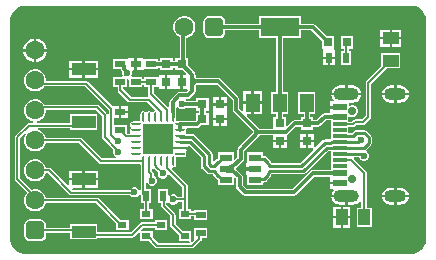
<source format=gbr>
%TF.GenerationSoftware,Altium Limited,Altium Designer,24.1.2 (44)*%
G04 Layer_Physical_Order=1*
G04 Layer_Color=255*
%FSLAX45Y45*%
%MOMM*%
%TF.SameCoordinates,66D67B9E-EE8B-469C-A6B4-FAA81B9CD0F6*%
%TF.FilePolarity,Positive*%
%TF.FileFunction,Copper,L1,Top,Signal*%
%TF.Part,Single*%
G01*
G75*
%TA.AperFunction,ConnectorPad*%
%ADD10R,1.15000X0.60000*%
%ADD11R,1.15000X0.30000*%
%TA.AperFunction,SMDPad,CuDef*%
%ADD12R,3.30000X1.60000*%
%ADD13R,1.20000X1.60000*%
%ADD14R,2.00000X1.05000*%
%ADD15R,0.90000X0.60000*%
%ADD16R,0.60000X0.90000*%
%ADD17R,1.35000X1.00000*%
%ADD18R,1.00000X1.35000*%
%ADD19R,0.80000X0.60000*%
G04:AMPARAMS|DCode=20|XSize=0.23928mm|YSize=0.80964mm|CornerRadius=0.11964mm|HoleSize=0mm|Usage=FLASHONLY|Rotation=180.000|XOffset=0mm|YOffset=0mm|HoleType=Round|Shape=RoundedRectangle|*
%AMROUNDEDRECTD20*
21,1,0.23928,0.57035,0,0,180.0*
21,1,0.00000,0.80964,0,0,180.0*
1,1,0.23928,0.00000,0.28518*
1,1,0.23928,0.00000,0.28518*
1,1,0.23928,0.00000,-0.28518*
1,1,0.23928,0.00000,-0.28518*
%
%ADD20ROUNDEDRECTD20*%
G04:AMPARAMS|DCode=21|XSize=0.80964mm|YSize=0.23928mm|CornerRadius=0.11964mm|HoleSize=0mm|Usage=FLASHONLY|Rotation=180.000|XOffset=0mm|YOffset=0mm|HoleType=Round|Shape=RoundedRectangle|*
%AMROUNDEDRECTD21*
21,1,0.80964,0.00000,0,0,180.0*
21,1,0.57035,0.23928,0,0,180.0*
1,1,0.23928,-0.28518,0.00000*
1,1,0.23928,0.28518,0.00000*
1,1,0.23928,0.28518,0.00000*
1,1,0.23928,-0.28518,0.00000*
%
%ADD21ROUNDEDRECTD21*%
%ADD22R,0.80964X0.23928*%
%ADD23R,2.55000X2.55000*%
%ADD24R,1.10000X0.60000*%
%ADD25R,0.80000X0.80000*%
%ADD26R,0.80000X0.80000*%
%TA.AperFunction,Conductor*%
%ADD27C,0.20000*%
%ADD28C,0.30000*%
%ADD29C,0.28423*%
%ADD30C,0.25000*%
%TA.AperFunction,ComponentPad*%
%ADD31O,2.15000X1.05000*%
%ADD32O,1.85000X1.05000*%
%ADD33C,0.70000*%
%ADD34C,1.60000*%
G04:AMPARAMS|DCode=35|XSize=1.6mm|YSize=1.6mm|CornerRadius=0.4mm|HoleSize=0mm|Usage=FLASHONLY|Rotation=90.000|XOffset=0mm|YOffset=0mm|HoleType=Round|Shape=RoundedRectangle|*
%AMROUNDEDRECTD35*
21,1,1.60000,0.80000,0,0,90.0*
21,1,0.80000,1.60000,0,0,90.0*
1,1,0.80000,0.40000,0.40000*
1,1,0.80000,0.40000,-0.40000*
1,1,0.80000,-0.40000,-0.40000*
1,1,0.80000,-0.40000,0.40000*
%
%ADD35ROUNDEDRECTD35*%
G04:AMPARAMS|DCode=36|XSize=1.6mm|YSize=1.6mm|CornerRadius=0.4mm|HoleSize=0mm|Usage=FLASHONLY|Rotation=180.000|XOffset=0mm|YOffset=0mm|HoleType=Round|Shape=RoundedRectangle|*
%AMROUNDEDRECTD36*
21,1,1.60000,0.80000,0,0,180.0*
21,1,0.80000,1.60000,0,0,180.0*
1,1,0.80000,-0.40000,0.40000*
1,1,0.80000,0.40000,0.40000*
1,1,0.80000,0.40000,-0.40000*
1,1,0.80000,-0.40000,-0.40000*
%
%ADD36ROUNDEDRECTD36*%
%TA.AperFunction,ViaPad*%
%ADD37C,0.60000*%
G36*
X17180045Y7325120D02*
X17203157Y7315546D01*
X17223956Y7301648D01*
X17241647Y7283958D01*
X17255545Y7263158D01*
X17265118Y7240045D01*
X17270000Y7215509D01*
Y7203001D01*
Y5357000D01*
Y5344491D01*
X17265118Y5319955D01*
X17255545Y5296843D01*
X17241647Y5276042D01*
X17223956Y5258352D01*
X17203156Y5244454D01*
X17180045Y5234880D01*
X17155508Y5230000D01*
X13864491D01*
X13839955Y5234880D01*
X13816843Y5244454D01*
X13796042Y5258352D01*
X13778352Y5276042D01*
X13764455Y5296843D01*
X13754880Y5319955D01*
X13750000Y5344491D01*
Y5357000D01*
Y7203000D01*
Y7215509D01*
X13754880Y7240045D01*
X13764455Y7263157D01*
X13778352Y7283958D01*
X13796042Y7301647D01*
X13816843Y7315546D01*
X13839955Y7325119D01*
X13864491Y7330000D01*
X13877000D01*
X17142999Y7330000D01*
X17155508D01*
X17180045Y7325120D01*
D02*
G37*
%LPC*%
G36*
X17057500Y7125000D02*
X16980000D01*
Y7065000D01*
X17057500D01*
Y7125000D01*
D02*
G37*
G36*
X16960001D02*
X16882500D01*
Y7065000D01*
X16960001D01*
Y7125000D01*
D02*
G37*
G36*
X17057500Y7045000D02*
X16980000D01*
Y6985000D01*
X17057500D01*
Y7045000D01*
D02*
G37*
G36*
X16960001D02*
X16882500D01*
Y6985000D01*
X16960001D01*
Y7045000D01*
D02*
G37*
G36*
X13973164Y7052000D02*
X13970001D01*
Y6962000D01*
X14060001D01*
Y6965165D01*
X14053185Y6990598D01*
X14040021Y7013401D01*
X14021400Y7032020D01*
X13998598Y7045185D01*
X13973164Y7052000D01*
D02*
G37*
G36*
X13950002D02*
X13946835D01*
X13921402Y7045185D01*
X13898599Y7032020D01*
X13879980Y7013401D01*
X13866815Y6990598D01*
X13860001Y6965165D01*
Y6962000D01*
X13950002D01*
Y7052000D01*
D02*
G37*
G36*
X14060001Y6942000D02*
X13970001D01*
Y6852000D01*
X13973164D01*
X13998598Y6858815D01*
X14021400Y6871980D01*
X14040021Y6890599D01*
X14053185Y6913402D01*
X14060001Y6938835D01*
Y6942000D01*
D02*
G37*
G36*
X13950002D02*
X13860001D01*
Y6938835D01*
X13866815Y6913402D01*
X13879980Y6890599D01*
X13898599Y6871980D01*
X13921402Y6858815D01*
X13946835Y6852000D01*
X13950002D01*
Y6942000D01*
D02*
G37*
G36*
X16652699Y7072700D02*
X16547301D01*
Y6967300D01*
X16571855D01*
Y6947700D01*
X16552299D01*
Y6832300D01*
X16637700D01*
Y6947700D01*
X16618146D01*
Y6967300D01*
X16652699D01*
Y7072700D01*
D02*
G37*
G36*
X16495000Y6880000D02*
X16455000D01*
Y6825000D01*
X16495000D01*
Y6880000D01*
D02*
G37*
G36*
X16435001D02*
X16395000D01*
Y6825000D01*
X16435001D01*
Y6880000D01*
D02*
G37*
G36*
X14489999Y6865000D02*
X14380000D01*
Y6802501D01*
X14489999D01*
Y6865000D01*
D02*
G37*
G36*
X14360001D02*
X14250000D01*
Y6802501D01*
X14360001D01*
Y6865000D01*
D02*
G37*
G36*
X14489999Y6782501D02*
X14380000D01*
Y6720000D01*
X14489999D01*
Y6782501D01*
D02*
G37*
G36*
X14360001D02*
X14250000D01*
Y6720000D01*
X14360001D01*
Y6782501D01*
D02*
G37*
G36*
X15139999Y6745000D02*
X15130000D01*
X15127299Y6745000D01*
X15080000D01*
Y6685000D01*
Y6625000D01*
X15127299D01*
X15130000Y6625000D01*
X15139999D01*
X15142700Y6625000D01*
X15189999D01*
Y6685000D01*
Y6745000D01*
X15142700D01*
X15139999Y6745000D01*
D02*
G37*
G36*
X16650000Y6655125D02*
X16605000D01*
Y6591999D01*
X16721809D01*
X16720634Y6600926D01*
X16713329Y6618563D01*
X16701707Y6633707D01*
X16686563Y6645328D01*
X16668925Y6652634D01*
X16650000Y6655125D01*
D02*
G37*
G36*
X17050000D02*
X17020000D01*
Y6591999D01*
X17121809D01*
X17120634Y6600926D01*
X17113329Y6618563D01*
X17101707Y6633707D01*
X17086563Y6645328D01*
X17068925Y6652634D01*
X17050000Y6655125D01*
D02*
G37*
G36*
X17000000D02*
X16970000D01*
X16951074Y6652634D01*
X16933437Y6645328D01*
X16918294Y6633707D01*
X16906673Y6618563D01*
X16899367Y6600926D01*
X16898190Y6591999D01*
X17000000D01*
Y6655125D01*
D02*
G37*
G36*
X16585001D02*
X16539999D01*
X16521074Y6652634D01*
X16503436Y6645328D01*
X16488293Y6633707D01*
X16476672Y6618563D01*
X16469366Y6600926D01*
X16468192Y6591999D01*
X16585001D01*
Y6655125D01*
D02*
G37*
G36*
X15880000Y6610000D02*
X15810001D01*
Y6520000D01*
X15880000D01*
Y6610000D01*
D02*
G37*
G36*
X15789999D02*
X15720000D01*
Y6520000D01*
X15789999D01*
Y6610000D01*
D02*
G37*
G36*
X17121809Y6571999D02*
X17020000D01*
Y6508874D01*
X17050000D01*
X17068925Y6511366D01*
X17086563Y6518671D01*
X17101707Y6530292D01*
X17113329Y6545437D01*
X17120634Y6563073D01*
X17121809Y6571999D01*
D02*
G37*
G36*
X17000000D02*
X16898190D01*
X16899367Y6563073D01*
X16906673Y6545437D01*
X16918294Y6530292D01*
X16933437Y6518671D01*
X16951074Y6511366D01*
X16970000Y6508874D01*
X17000000D01*
Y6571999D01*
D02*
G37*
G36*
X14745000Y6480000D02*
X14689999D01*
Y6440001D01*
X14745000D01*
Y6480000D01*
D02*
G37*
G36*
X15880000Y6500000D02*
X15810001D01*
Y6410000D01*
X15880000D01*
Y6500000D01*
D02*
G37*
G36*
X14745000Y6420001D02*
X14689999D01*
Y6380000D01*
X14745000D01*
Y6420001D01*
D02*
G37*
G36*
X15517000Y7243732D02*
X15437000D01*
X15416438Y7239642D01*
X15399007Y7227994D01*
X15387358Y7210562D01*
X15383269Y7190000D01*
Y7110000D01*
X15387358Y7089437D01*
X15399007Y7072005D01*
X15416438Y7060358D01*
X15437000Y7056268D01*
X15517000D01*
X15537563Y7060358D01*
X15554996Y7072005D01*
X15566643Y7089437D01*
X15570732Y7110000D01*
Y7121757D01*
X15852299D01*
Y7057300D01*
X16001756D01*
Y6602700D01*
X15957300D01*
Y6417300D01*
X16001756D01*
Y6387700D01*
X15977299D01*
Y6288243D01*
X15861699D01*
X15751675Y6398267D01*
X15756535Y6410000D01*
X15789999D01*
Y6500000D01*
X15720000D01*
Y6446535D01*
X15708267Y6441675D01*
X15688243Y6461699D01*
Y6539999D01*
X15688243Y6540000D01*
X15686093Y6550808D01*
X15679971Y6559971D01*
X15679970Y6559972D01*
X15529971Y6709971D01*
X15520808Y6716093D01*
X15510001Y6718243D01*
X15509999Y6718243D01*
X15325282D01*
X15318243Y6725283D01*
Y6745000D01*
X15316093Y6755808D01*
X15309972Y6764971D01*
X15309970Y6764971D01*
X15252699Y6822241D01*
Y6887700D01*
X15239743D01*
Y7058516D01*
X15258781Y7063618D01*
X15279919Y7075822D01*
X15297179Y7093081D01*
X15309383Y7114219D01*
X15315700Y7137796D01*
Y7162204D01*
X15309383Y7185781D01*
X15297179Y7206919D01*
X15279919Y7224178D01*
X15258781Y7236382D01*
X15235204Y7242700D01*
X15210796D01*
X15187219Y7236382D01*
X15166081Y7224178D01*
X15148822Y7206919D01*
X15136618Y7185781D01*
X15130299Y7162204D01*
Y7137796D01*
X15136618Y7114219D01*
X15148822Y7093081D01*
X15166081Y7075822D01*
X15183257Y7065905D01*
Y6887700D01*
X15147301D01*
Y6863243D01*
X15122701D01*
Y6887700D01*
X15017300D01*
Y6863243D01*
X14997701D01*
Y6877700D01*
X14884676D01*
X14875000Y6885000D01*
X14875000Y6885001D01*
X14874998Y6885000D01*
X14820001D01*
Y6835000D01*
Y6785000D01*
X14875000D01*
Y6785000D01*
X14882300Y6792300D01*
X14997701D01*
Y6806757D01*
X15017300D01*
Y6782300D01*
X15122701D01*
Y6806757D01*
X15147301D01*
Y6782300D01*
X15212758D01*
X15238326Y6756733D01*
X15233466Y6745000D01*
X15210001D01*
Y6685000D01*
Y6625000D01*
X15247098D01*
X15252357Y6612300D01*
X15238701Y6598643D01*
X15180402D01*
X15180400Y6598643D01*
X15169592Y6596493D01*
X15160429Y6590371D01*
X15160429Y6590370D01*
X15104893Y6534835D01*
X15098772Y6525672D01*
X15096622Y6514864D01*
X15096622Y6514863D01*
Y6474071D01*
X15083920Y6468810D01*
X14963145Y6589587D01*
Y6642300D01*
X14997301D01*
X14997701Y6642300D01*
X15010001Y6641334D01*
Y6625000D01*
X15060001D01*
Y6685000D01*
Y6745000D01*
X15010001D01*
Y6728665D01*
X14997701Y6727700D01*
X14997301Y6727700D01*
X14882300D01*
Y6708145D01*
X14867700D01*
Y6727700D01*
X14778250D01*
X14773730Y6740400D01*
X14779787Y6755023D01*
Y6772010D01*
X14778780Y6774440D01*
X14785835Y6785000D01*
X14800002D01*
Y6835000D01*
Y6885000D01*
X14745000D01*
Y6885000D01*
X14735324Y6877700D01*
X14622301D01*
Y6792300D01*
X14683035D01*
X14683907Y6787913D01*
X14690030Y6778750D01*
X14695085Y6773695D01*
X14694386Y6772010D01*
Y6755023D01*
X14700446Y6740400D01*
X14695924Y6727700D01*
X14622301D01*
Y6642300D01*
X14656854D01*
Y6620000D01*
X14658617Y6611143D01*
X14663634Y6603634D01*
X14747949Y6519320D01*
X14755457Y6514303D01*
X14764314Y6512541D01*
X14910353D01*
X14971793Y6451101D01*
X14967613Y6437320D01*
X14965376Y6436875D01*
X14957217Y6431424D01*
X14942781D01*
X14934624Y6436875D01*
X14925000Y6438790D01*
X14915376Y6436875D01*
X14907217Y6431424D01*
X14892781D01*
X14884624Y6436875D01*
X14875000Y6438790D01*
X14865376Y6436875D01*
X14857217Y6431424D01*
X14851767Y6423266D01*
X14849854Y6413642D01*
Y6361811D01*
X14845695Y6354305D01*
X14838190Y6350147D01*
X14786359D01*
X14776733Y6348233D01*
X14768576Y6342782D01*
X14763126Y6334624D01*
X14761211Y6325000D01*
X14763126Y6315376D01*
X14768576Y6307219D01*
Y6292782D01*
X14763126Y6284624D01*
X14761211Y6275000D01*
X14763126Y6265377D01*
X14766153Y6260845D01*
X14761459Y6249196D01*
X14760527Y6248145D01*
X14739587D01*
X14737700Y6250032D01*
Y6322700D01*
X14628143D01*
Y6380000D01*
X14670000D01*
Y6430001D01*
Y6480000D01*
X14615158D01*
X14408792Y6686366D01*
X14401283Y6691383D01*
X14392426Y6693145D01*
X14052699D01*
Y6710204D01*
X14046382Y6733781D01*
X14034178Y6754919D01*
X14016919Y6772178D01*
X13995781Y6784382D01*
X13972205Y6790700D01*
X13947797D01*
X13924219Y6784382D01*
X13903081Y6772178D01*
X13885822Y6754919D01*
X13873618Y6733781D01*
X13867300Y6710204D01*
Y6685796D01*
X13873618Y6662219D01*
X13885822Y6641081D01*
X13903081Y6623822D01*
X13924219Y6611618D01*
X13947797Y6605300D01*
X13972205D01*
X13995781Y6611618D01*
X14016919Y6623822D01*
X14034178Y6641081D01*
X14037946Y6647605D01*
X14041716Y6646855D01*
X14382838D01*
X14581854Y6447840D01*
Y6411105D01*
X14569154Y6409854D01*
X14568246Y6414420D01*
X14563229Y6421929D01*
X14498792Y6486366D01*
X14491283Y6491383D01*
X14482426Y6493145D01*
X14038667D01*
X14034178Y6500919D01*
X14016919Y6518178D01*
X13995781Y6530382D01*
X13972205Y6536700D01*
X13947797D01*
X13924219Y6530382D01*
X13903081Y6518178D01*
X13885822Y6500919D01*
X13873618Y6479781D01*
X13867300Y6456204D01*
Y6431796D01*
X13873618Y6408219D01*
X13885822Y6387081D01*
X13903081Y6369822D01*
X13924219Y6357618D01*
X13945070Y6352030D01*
X13943398Y6339330D01*
X13906186D01*
X13897328Y6337569D01*
X13889819Y6332552D01*
X13793634Y6236366D01*
X13788617Y6228857D01*
X13786855Y6220000D01*
Y5860000D01*
X13788617Y5851143D01*
X13793634Y5843634D01*
X13892085Y5745183D01*
X13885822Y5738919D01*
X13873618Y5717781D01*
X13867300Y5694204D01*
Y5669796D01*
X13873618Y5646219D01*
X13885822Y5625081D01*
X13903081Y5607822D01*
X13924219Y5595618D01*
X13947797Y5589300D01*
X13972205D01*
X13995781Y5595618D01*
X14016919Y5607822D01*
X14034178Y5625081D01*
X14046382Y5646219D01*
X14049768Y5658855D01*
X14472414D01*
X14646300Y5484968D01*
Y5432300D01*
X14751700D01*
Y5517700D01*
X14679031D01*
X14498364Y5698366D01*
X14490857Y5703383D01*
X14482001Y5705145D01*
X14049768D01*
X14046382Y5717781D01*
X14034178Y5738919D01*
X14016919Y5756178D01*
X13995781Y5768382D01*
X13972205Y5774700D01*
X13947797D01*
X13932208Y5770523D01*
X13833145Y5869587D01*
Y6210414D01*
X13873215Y6250483D01*
X13883377Y6242685D01*
X13873618Y6225781D01*
X13867300Y6202204D01*
Y6177796D01*
X13873618Y6154219D01*
X13885822Y6133081D01*
X13903081Y6115822D01*
X13924219Y6103618D01*
X13947797Y6097300D01*
X13972205D01*
X13995781Y6103618D01*
X14016919Y6115822D01*
X14034178Y6133081D01*
X14046382Y6154219D01*
X14049768Y6166855D01*
X14330412D01*
X14498759Y5998509D01*
X14506267Y5993492D01*
X14515125Y5991731D01*
X14849854D01*
Y5986358D01*
X14851767Y5976734D01*
X14851855Y5976602D01*
Y5769577D01*
X14839156Y5767051D01*
X14836198Y5774187D01*
X14824188Y5786199D01*
X14808495Y5792700D01*
X14791507D01*
X14775813Y5786199D01*
X14763802Y5774187D01*
X14762790Y5771747D01*
X14274541D01*
X14270224Y5777300D01*
X14276437Y5790000D01*
X14360001D01*
Y5852500D01*
X14250000D01*
Y5809326D01*
X14238268Y5804465D01*
X14090366Y5952366D01*
X14082858Y5957383D01*
X14074001Y5959145D01*
X14049768D01*
X14046382Y5971781D01*
X14034178Y5992919D01*
X14016919Y6010178D01*
X13995781Y6022382D01*
X13972205Y6028700D01*
X13947797D01*
X13924219Y6022382D01*
X13903081Y6010178D01*
X13885822Y5992919D01*
X13873618Y5971781D01*
X13867300Y5948204D01*
Y5923796D01*
X13873618Y5900219D01*
X13885822Y5879081D01*
X13903081Y5861822D01*
X13924219Y5849618D01*
X13947797Y5843300D01*
X13972205D01*
X13995781Y5849618D01*
X14016919Y5861822D01*
X14034178Y5879081D01*
X14046382Y5900219D01*
X14049768Y5912855D01*
X14064413D01*
X14245032Y5732237D01*
X14252541Y5727220D01*
X14261398Y5725458D01*
X14764156D01*
X14775813Y5713801D01*
X14791507Y5707300D01*
X14808495D01*
X14824188Y5713801D01*
X14836198Y5725813D01*
X14839600Y5734022D01*
X14852299Y5731496D01*
Y5662300D01*
X14877855D01*
Y5612700D01*
X14848300D01*
Y5527300D01*
X14953700D01*
Y5612700D01*
X14924146D01*
Y5662300D01*
X14937700D01*
Y5777700D01*
X14898145D01*
Y5830423D01*
X14910844Y5832949D01*
X14913802Y5825813D01*
X14925813Y5813801D01*
X14941507Y5807300D01*
X14958495D01*
X14974187Y5813801D01*
X14986198Y5825813D01*
X14992700Y5841507D01*
Y5858494D01*
X14986198Y5874188D01*
X14974187Y5886199D01*
X14965491Y5889802D01*
Y5902654D01*
X14963730Y5911511D01*
X14958711Y5919020D01*
X14948145Y5929587D01*
Y5957892D01*
X14960844Y5959143D01*
X14960901Y5958859D01*
X14965919Y5951350D01*
X14997733Y5919537D01*
X14997301Y5918494D01*
Y5901507D01*
X15003801Y5885813D01*
X15015813Y5873801D01*
X15031506Y5867300D01*
X15048492D01*
X15064188Y5873801D01*
X15076199Y5885813D01*
X15082700Y5901506D01*
X15095399Y5906721D01*
X15203854Y5798266D01*
Y5713145D01*
X15189999D01*
X15189999Y5713145D01*
X15166631D01*
X15166199Y5714187D01*
X15154187Y5726199D01*
X15138493Y5732700D01*
X15121506D01*
X15105814Y5726199D01*
X15100400Y5720787D01*
X15087700Y5726047D01*
Y5777700D01*
X15002299D01*
Y5662300D01*
X15024355D01*
Y5638750D01*
X15026117Y5629892D01*
X15031134Y5622384D01*
X15101855Y5551663D01*
Y5472000D01*
X15103616Y5463142D01*
X15108633Y5455634D01*
X15174300Y5389968D01*
Y5337300D01*
X15263742D01*
X15269566Y5330042D01*
X15271172Y5324600D01*
X15270354Y5323145D01*
X15000587D01*
X14953700Y5370032D01*
Y5422700D01*
X14863393D01*
X14858131Y5435400D01*
X14874586Y5451855D01*
X14972301D01*
Y5432300D01*
X15077699D01*
Y5517700D01*
X14972301D01*
Y5498145D01*
X14864999D01*
X14856143Y5496383D01*
X14848634Y5491366D01*
X14770413Y5413145D01*
X14482700D01*
Y5482700D01*
X14257300D01*
Y5451145D01*
X14053732D01*
Y5468000D01*
X14049641Y5488563D01*
X14037994Y5505995D01*
X14020563Y5517642D01*
X14000000Y5521732D01*
X13920000D01*
X13899438Y5517642D01*
X13882005Y5505995D01*
X13870358Y5488563D01*
X13866267Y5468000D01*
Y5388000D01*
X13870358Y5367438D01*
X13882005Y5350006D01*
X13899438Y5338358D01*
X13920000Y5334268D01*
X14000000D01*
X14020563Y5338358D01*
X14037994Y5350006D01*
X14049641Y5367438D01*
X14053732Y5388000D01*
Y5404855D01*
X14257300D01*
Y5352300D01*
X14482700D01*
Y5366855D01*
X14780000D01*
X14788857Y5368617D01*
X14796365Y5373634D01*
X14835600Y5412869D01*
X14848300Y5407608D01*
Y5337300D01*
X14920969D01*
X14974635Y5283634D01*
X14982143Y5278617D01*
X14991000Y5276855D01*
X15289999D01*
X15298857Y5278617D01*
X15306366Y5283634D01*
X15363081Y5340350D01*
X15368098Y5347858D01*
X15369861Y5356716D01*
Y5362300D01*
X15417700D01*
Y5447700D01*
X15302299D01*
Y5362300D01*
X15302975D01*
X15307835Y5350567D01*
X15290868Y5333598D01*
X15279700Y5340392D01*
X15279700Y5348719D01*
Y5422700D01*
X15207031D01*
X15148145Y5481586D01*
Y5561250D01*
X15146384Y5570107D01*
X15141367Y5577615D01*
X15070645Y5648336D01*
Y5662300D01*
X15087700D01*
X15087700Y5662300D01*
Y5662299D01*
X15087700Y5662300D01*
X15099496Y5660117D01*
X15105814Y5653801D01*
X15121506Y5647300D01*
X15138493D01*
X15154187Y5653801D01*
X15166199Y5665813D01*
X15166631Y5666855D01*
X15189999D01*
X15190001Y5666856D01*
X15203854D01*
Y5612700D01*
X15174300D01*
Y5527300D01*
X15279700D01*
Y5546855D01*
X15302299D01*
Y5512300D01*
X15417700D01*
Y5597700D01*
X15302299D01*
Y5593145D01*
X15279700D01*
Y5612700D01*
X15250145D01*
Y5690000D01*
Y5807852D01*
X15248383Y5816710D01*
X15243365Y5824218D01*
X15117912Y5949671D01*
X15124168Y5961376D01*
X15125000Y5961211D01*
X15134624Y5963125D01*
X15142783Y5968576D01*
X15148233Y5976734D01*
X15150146Y5986358D01*
Y6043393D01*
X15155846Y6050336D01*
X15238306D01*
Y6099664D01*
X15238307Y6099664D01*
X15238307D01*
X15242616Y6110831D01*
X15243752Y6112529D01*
X15244243Y6115000D01*
X15185126D01*
Y6135000D01*
X15244455D01*
X15250584Y6145236D01*
X15252087Y6146942D01*
X15260822Y6147905D01*
X15364879Y6043847D01*
Y5970205D01*
X15364879Y5970204D01*
X15366968Y5959703D01*
X15372916Y5950801D01*
X15413831Y5909887D01*
X15413831Y5909886D01*
X15422733Y5903938D01*
X15433234Y5901849D01*
X15433235Y5901849D01*
X15462572D01*
X15465031Y5899390D01*
X15465237Y5898352D01*
X15471185Y5889451D01*
X15489153Y5871484D01*
X15498055Y5865536D01*
X15498186Y5865510D01*
X15504800Y5858895D01*
Y5812300D01*
X15640199D01*
Y5873265D01*
X15651933Y5878125D01*
X15661757Y5868301D01*
Y5800001D01*
X15661757Y5800000D01*
X15663907Y5789192D01*
X15670029Y5780029D01*
X15720029Y5730030D01*
X15720030Y5730029D01*
X15729192Y5723907D01*
X15739999Y5721757D01*
X16149998D01*
X16150000Y5721757D01*
X16160808Y5723907D01*
X16169971Y5730029D01*
X16321698Y5881757D01*
X16448029D01*
X16460001Y5879999D01*
Y5840000D01*
X16537500D01*
Y5820000D01*
X16460001D01*
Y5780000D01*
X16482652D01*
X16486446Y5767300D01*
X16476672Y5754563D01*
X16469366Y5736926D01*
X16468192Y5728000D01*
X16595001D01*
Y5718001D01*
X16605000D01*
Y5644874D01*
X16650000D01*
X16668925Y5647366D01*
X16686563Y5654671D01*
X16701707Y5666292D01*
X16709155Y5675999D01*
X16721855Y5671687D01*
Y5620200D01*
X16682300D01*
Y5459800D01*
X16807700D01*
Y5620200D01*
X16768146D01*
Y5915000D01*
X16766383Y5923857D01*
X16761366Y5931366D01*
X16656125Y6036606D01*
X16661386Y6049306D01*
X16700024D01*
X16706355Y6034020D01*
X16718369Y6022008D01*
X16734062Y6015507D01*
X16751048D01*
X16766743Y6022008D01*
X16778754Y6034020D01*
X16785255Y6049714D01*
Y6066701D01*
X16778754Y6082395D01*
X16766743Y6094406D01*
X16765366Y6094977D01*
X16764011Y6109285D01*
X16800668Y6145944D01*
X16806238Y6154279D01*
X16808194Y6164112D01*
Y6215888D01*
X16806238Y6225721D01*
X16800668Y6234056D01*
X16764056Y6270668D01*
X16755721Y6276238D01*
X16745888Y6278194D01*
X16676694D01*
X16666862Y6276238D01*
X16658527Y6270668D01*
X16638551Y6250694D01*
X16607700D01*
Y6301855D01*
X16650000D01*
X16658858Y6303617D01*
X16666367Y6308634D01*
X16679587Y6321855D01*
X16735001D01*
X16743857Y6323617D01*
X16751366Y6328634D01*
X16796365Y6373634D01*
X16801382Y6381143D01*
X16803145Y6390000D01*
Y6665413D01*
X16928867Y6791134D01*
X16933884Y6798643D01*
X16934612Y6802300D01*
X17050200D01*
Y6927700D01*
X16889799D01*
Y6827236D01*
X16889355Y6825000D01*
Y6817087D01*
X16763634Y6691366D01*
X16758617Y6683857D01*
X16756854Y6675000D01*
Y6399587D01*
X16725414Y6368145D01*
X16670000D01*
X16661143Y6366383D01*
X16653635Y6361366D01*
X16640413Y6348145D01*
X16607700D01*
Y6392248D01*
X16620399Y6397559D01*
X16635512Y6391300D01*
X16654488D01*
X16672020Y6398562D01*
X16685439Y6411980D01*
X16692700Y6429512D01*
Y6448488D01*
X16685439Y6466020D01*
X16672020Y6479438D01*
X16654488Y6486700D01*
X16635512D01*
X16627699Y6483464D01*
X16614999Y6491950D01*
Y6508874D01*
X16650000D01*
X16668925Y6511366D01*
X16686563Y6518671D01*
X16701707Y6530292D01*
X16713329Y6545437D01*
X16720634Y6563073D01*
X16721809Y6571999D01*
X16595001D01*
X16468192D01*
X16469366Y6563073D01*
X16476672Y6545437D01*
X16486446Y6532700D01*
X16482652Y6520000D01*
X16460001D01*
Y6480000D01*
X16537500D01*
Y6460000D01*
X16460001D01*
Y6420000D01*
X16448029Y6418243D01*
X16410001D01*
X16399191Y6416093D01*
X16390028Y6409971D01*
X16343301Y6363243D01*
X16312700D01*
Y6387700D01*
X16288243D01*
Y6417300D01*
X16332700D01*
Y6602700D01*
X16187300D01*
Y6417300D01*
X16231757D01*
Y6387700D01*
X16207300D01*
Y6363243D01*
X16159499D01*
X16159499Y6363243D01*
X16148689Y6361093D01*
X16139526Y6354971D01*
X16094434Y6309877D01*
X16082700Y6314737D01*
Y6387700D01*
X16058243D01*
Y6417300D01*
X16102699D01*
Y6602700D01*
X16058243D01*
Y7057300D01*
X16207700D01*
Y7121757D01*
X16298302D01*
X16387300Y7032759D01*
Y6967300D01*
X16394035D01*
X16395000Y6955000D01*
X16395000Y6954600D01*
Y6900000D01*
X16495000D01*
Y6955000D01*
X16493665D01*
X16492700Y6967300D01*
X16492700Y6967700D01*
Y7072700D01*
X16427242D01*
X16329970Y7169971D01*
X16320808Y7176093D01*
X16309999Y7178243D01*
X16309998Y7178243D01*
X16207700D01*
Y7242700D01*
X15852299D01*
Y7178243D01*
X15570732D01*
Y7190000D01*
X15566643Y7210562D01*
X15554996Y7227994D01*
X15537563Y7239642D01*
X15517000Y7243732D01*
D02*
G37*
G36*
X14489999Y5935000D02*
X14380000D01*
Y5872500D01*
X14489999D01*
Y5935000D01*
D02*
G37*
G36*
X14360001D02*
X14250000D01*
Y5872500D01*
X14360001D01*
Y5935000D01*
D02*
G37*
G36*
X14370000Y5862500D02*
D01*
D01*
D01*
D02*
G37*
G36*
X14489999Y5852500D02*
X14380000D01*
Y5790000D01*
X14489999D01*
Y5852500D01*
D02*
G37*
G36*
X17050000Y5791126D02*
X17020000D01*
Y5728000D01*
X17121809D01*
X17120634Y5736926D01*
X17113329Y5754563D01*
X17101707Y5769708D01*
X17086563Y5781329D01*
X17068925Y5788634D01*
X17050000Y5791126D01*
D02*
G37*
G36*
X17000000D02*
X16970000D01*
X16951074Y5788634D01*
X16933437Y5781329D01*
X16918294Y5769708D01*
X16906673Y5754563D01*
X16899367Y5736926D01*
X16898190Y5728000D01*
X17000000D01*
Y5791126D01*
D02*
G37*
G36*
X17121809Y5708001D02*
X17020000D01*
Y5644874D01*
X17050000D01*
X17068925Y5647366D01*
X17086563Y5654671D01*
X17101707Y5666292D01*
X17113329Y5681437D01*
X17120634Y5699074D01*
X17121809Y5708001D01*
D02*
G37*
G36*
X17000000D02*
X16898190D01*
X16899367Y5699074D01*
X16906673Y5681437D01*
X16918294Y5666292D01*
X16933437Y5654671D01*
X16951074Y5647366D01*
X16970000Y5644874D01*
X17000000D01*
Y5708001D01*
D02*
G37*
G36*
X16585001D02*
X16468192D01*
X16469366Y5699074D01*
X16476672Y5681437D01*
X16488293Y5666292D01*
X16503436Y5654671D01*
X16521074Y5647366D01*
X16539999Y5644874D01*
X16585001D01*
Y5708001D01*
D02*
G37*
G36*
X16625000Y5627500D02*
X16564999D01*
Y5550000D01*
X16625000D01*
Y5627500D01*
D02*
G37*
G36*
X16545000D02*
X16485001D01*
Y5550000D01*
X16545000D01*
Y5627500D01*
D02*
G37*
G36*
X16625000Y5530000D02*
X16564999D01*
Y5452500D01*
X16625000D01*
Y5530000D01*
D02*
G37*
G36*
X16545000D02*
X16485001D01*
Y5452500D01*
X16545000D01*
Y5530000D01*
D02*
G37*
%LPD*%
G36*
X14752299Y6704418D02*
Y6642300D01*
X14867700D01*
Y6661855D01*
X14882300D01*
Y6642300D01*
X14916855D01*
Y6580000D01*
X14918617Y6571143D01*
X14911571Y6558830D01*
X14773901D01*
X14703145Y6629587D01*
Y6642300D01*
X14737700D01*
Y6711491D01*
X14739600Y6712404D01*
X14752299Y6704418D01*
D02*
G37*
G36*
X15176112Y6459883D02*
X15191808Y6453383D01*
X15208794D01*
X15224487Y6459883D01*
X15231903Y6467298D01*
X15322301D01*
Y6442300D01*
X15346758D01*
Y6422700D01*
X15322301D01*
Y6357242D01*
X15318301Y6353243D01*
X15185126D01*
X15174316Y6351093D01*
X15172900Y6350147D01*
X15161810D01*
X15154305Y6354305D01*
X15150146Y6361811D01*
Y6382378D01*
X15150694Y6385125D01*
X15150558Y6385808D01*
Y6418594D01*
X15150957Y6419192D01*
X15153107Y6430000D01*
Y6466296D01*
X15157748Y6468660D01*
X15165807Y6470190D01*
X15176112Y6459883D01*
D02*
G37*
G36*
X16467300Y6297300D02*
Y6213907D01*
X16465829Y6201651D01*
X16455328Y6199562D01*
X16453217Y6198150D01*
X16412132D01*
X16412131Y6198151D01*
X16401630Y6196062D01*
X16392728Y6190114D01*
X16392728Y6190113D01*
X16332700Y6130086D01*
X16320000Y6135346D01*
Y6175000D01*
X16270000D01*
Y6125000D01*
X16309653D01*
X16314914Y6112300D01*
X16200764Y5998150D01*
X15958728D01*
X15958151Y5998727D01*
Y6002041D01*
X15956062Y6012541D01*
X15950114Y6021443D01*
X15950113Y6021443D01*
X15918942Y6052614D01*
X15910040Y6058562D01*
X15899541Y6060651D01*
X15890199Y6068521D01*
Y6087700D01*
X15754800D01*
Y6002300D01*
X15747501Y6000000D01*
Y5960000D01*
X15822501D01*
Y5940000D01*
X15747501D01*
Y5900000D01*
X15754800Y5897699D01*
Y5812300D01*
X15890199D01*
Y5831478D01*
X15899541Y5839349D01*
X15910040Y5841438D01*
X15918942Y5847386D01*
X15950113Y5878556D01*
X15950114Y5878557D01*
X15956062Y5887459D01*
X15958151Y5897959D01*
Y5901272D01*
X15958728Y5901849D01*
X16229288D01*
X16229288Y5901849D01*
X16239787Y5903938D01*
X16248689Y5909886D01*
X16440654Y6101849D01*
X16453217D01*
X16455328Y6100438D01*
X16465829Y6098349D01*
X16467300Y6086093D01*
Y6047300D01*
Y5938243D01*
X16310001D01*
X16310001Y5938243D01*
X16299191Y5936093D01*
X16290028Y5929971D01*
X16290028Y5929970D01*
X16138301Y5778243D01*
X15751698D01*
X15718243Y5811699D01*
Y5879999D01*
X15718243Y5880000D01*
X15716093Y5890808D01*
X15709972Y5899971D01*
X15709970Y5899971D01*
X15658318Y5951625D01*
Y5953878D01*
X15719971Y6015532D01*
X15726093Y6024695D01*
X15728242Y6035503D01*
X15728242Y6035504D01*
Y6098301D01*
X15861699Y6231757D01*
X15970000D01*
Y6195000D01*
X16030000D01*
X16089999D01*
Y6232851D01*
X16095306Y6233907D01*
X16104468Y6240029D01*
X16171196Y6306757D01*
X16207300D01*
Y6282300D01*
X16312700D01*
Y6306757D01*
X16354999D01*
X16355000Y6306757D01*
X16365808Y6308907D01*
X16374971Y6315029D01*
X16421700Y6361757D01*
X16467300D01*
Y6297300D01*
D02*
G37*
G36*
X15631757Y6528302D02*
Y6450001D01*
X15631757Y6450000D01*
X15633907Y6439192D01*
X15640028Y6430029D01*
X15801283Y6268774D01*
Y6251225D01*
X15680029Y6129971D01*
X15673907Y6120808D01*
X15671758Y6110000D01*
X15671758Y6109999D01*
Y6047202D01*
X15651933Y6027378D01*
X15640199Y6032238D01*
Y6087700D01*
X15504800D01*
Y6041105D01*
X15498186Y6034489D01*
X15498055Y6034463D01*
X15489153Y6028516D01*
X15473880Y6013243D01*
X15463263Y6016429D01*
X15461180Y6017975D01*
Y6072369D01*
X15461180Y6072370D01*
X15459093Y6082870D01*
X15453143Y6091772D01*
X15304802Y6240114D01*
X15295900Y6246062D01*
X15285400Y6248151D01*
X15285397Y6248151D01*
X15239478D01*
X15238553Y6249191D01*
X15233852Y6260851D01*
X15236874Y6265377D01*
X15238789Y6275000D01*
X15236987Y6284057D01*
X15236937Y6284728D01*
X15244041Y6296757D01*
X15329999D01*
X15330000Y6296757D01*
X15340810Y6298907D01*
X15349971Y6305029D01*
X15362242Y6317300D01*
X15427699D01*
Y6422700D01*
X15403242D01*
Y6442300D01*
X15427699D01*
Y6547700D01*
X15322301D01*
Y6523784D01*
X15237868D01*
X15233318Y6529457D01*
X15239412Y6542157D01*
X15250398D01*
X15250400Y6542157D01*
X15261208Y6544307D01*
X15270370Y6550429D01*
X15309970Y6590029D01*
X15309972Y6590029D01*
X15316093Y6599192D01*
X15318243Y6610000D01*
Y6654717D01*
X15325282Y6661757D01*
X15498302D01*
X15631757Y6528302D01*
D02*
G37*
G36*
X14523718Y6395976D02*
Y6216394D01*
X14525481Y6207537D01*
X14530498Y6200028D01*
X14621616Y6108911D01*
X14617300Y6098494D01*
Y6081507D01*
X14623801Y6065813D01*
X14635812Y6053801D01*
X14643250Y6050720D01*
X14640723Y6038020D01*
X14524712D01*
X14356366Y6206366D01*
X14348857Y6211383D01*
X14339999Y6213145D01*
X14049768D01*
X14046382Y6225781D01*
X14034178Y6246919D01*
X14016919Y6264178D01*
X13995781Y6276382D01*
X13981007Y6280341D01*
X13982680Y6293041D01*
X14257300D01*
Y6282300D01*
X14482700D01*
Y6412700D01*
X14257300D01*
Y6339330D01*
X13976602D01*
X13974930Y6352030D01*
X13995781Y6357618D01*
X14016919Y6369822D01*
X14034178Y6387081D01*
X14046382Y6408219D01*
X14052699Y6431796D01*
Y6446856D01*
X14472839D01*
X14523718Y6395976D01*
D02*
G37*
%LPC*%
G36*
X16320000Y6245000D02*
X16270000D01*
Y6195000D01*
X16320000D01*
Y6245000D01*
D02*
G37*
G36*
X16250000D02*
X16200000D01*
Y6195000D01*
X16250000D01*
Y6245000D01*
D02*
G37*
G36*
Y6175000D02*
X16200000D01*
Y6125000D01*
X16250000D01*
Y6175000D01*
D02*
G37*
G36*
X16089999D02*
X16039999D01*
Y6125000D01*
X16089999D01*
Y6175000D01*
D02*
G37*
G36*
X16020000D02*
X15970000D01*
Y6125000D01*
X16020000D01*
Y6175000D01*
D02*
G37*
G36*
X15585001Y6555000D02*
X15535001D01*
Y6505000D01*
X15585001D01*
Y6555000D01*
D02*
G37*
G36*
X15514999D02*
X15464999D01*
Y6505000D01*
X15514999D01*
Y6555000D01*
D02*
G37*
G36*
X15585001Y6485000D02*
X15525000D01*
X15464999D01*
Y6442700D01*
X15464999Y6435000D01*
X15464999Y6422300D01*
Y6380000D01*
X15525000D01*
X15585001D01*
Y6422300D01*
X15585001Y6430000D01*
X15585001Y6442700D01*
Y6485000D01*
D02*
G37*
G36*
Y6360000D02*
X15535001D01*
Y6310000D01*
X15585001D01*
Y6360000D01*
D02*
G37*
G36*
X15514999D02*
X15464999D01*
Y6310000D01*
X15514999D01*
Y6360000D01*
D02*
G37*
%LPD*%
D10*
X16537500Y6470000D02*
D03*
Y6390000D02*
D03*
Y5910000D02*
D03*
Y5830000D02*
D03*
D11*
Y6325000D02*
D03*
Y6275000D02*
D03*
Y6225000D02*
D03*
Y6175000D02*
D03*
Y5975000D02*
D03*
Y6025000D02*
D03*
Y6075000D02*
D03*
Y6125000D02*
D03*
D12*
X16030000Y7150000D02*
D03*
D13*
X16260001Y6510000D02*
D03*
X16030000D02*
D03*
X15800000D02*
D03*
D14*
X14370000Y5862500D02*
D03*
Y5417500D02*
D03*
Y6792500D02*
D03*
Y6347500D02*
D03*
D15*
X14680000Y6835000D02*
D03*
Y6685000D02*
D03*
X14810001Y6835000D02*
D03*
Y6685000D02*
D03*
X14680000Y6280000D02*
D03*
Y6430000D02*
D03*
X15360001Y5555000D02*
D03*
Y5405000D02*
D03*
X14939999Y6685000D02*
D03*
Y6835000D02*
D03*
D16*
X14895000Y5720000D02*
D03*
X15045000D02*
D03*
X16445000Y6890000D02*
D03*
X16595000D02*
D03*
D17*
X16970000Y6865000D02*
D03*
Y7055000D02*
D03*
D18*
X16745000Y5540000D02*
D03*
X16555000D02*
D03*
D19*
X15025000Y5475000D02*
D03*
X15227000Y5570000D02*
D03*
Y5380000D02*
D03*
X14699001Y5475000D02*
D03*
X14900999Y5570000D02*
D03*
Y5380000D02*
D03*
D20*
X15125000Y6014875D02*
D03*
X15075000D02*
D03*
X15025000D02*
D03*
X14975000D02*
D03*
X14925000D02*
D03*
X14875000D02*
D03*
Y6385125D02*
D03*
X14925000D02*
D03*
X14975000D02*
D03*
X15025000D02*
D03*
X15075000D02*
D03*
X15125000D02*
D03*
D21*
X14814874Y6075000D02*
D03*
Y6125000D02*
D03*
Y6175000D02*
D03*
Y6225000D02*
D03*
Y6275000D02*
D03*
Y6325000D02*
D03*
X15185126D02*
D03*
Y6275000D02*
D03*
Y6225000D02*
D03*
Y6175000D02*
D03*
Y6125000D02*
D03*
D22*
Y6075000D02*
D03*
D23*
X15000000Y6200000D02*
D03*
D24*
X15572501Y5950000D02*
D03*
Y6045000D02*
D03*
X15822501D02*
D03*
Y5950000D02*
D03*
Y5855000D02*
D03*
X15572501D02*
D03*
D25*
X16600000Y7020000D02*
D03*
X16439999D02*
D03*
X15525000Y6495000D02*
D03*
X15375000D02*
D03*
X15525000Y6370000D02*
D03*
X15375000D02*
D03*
D26*
X15070000Y6685000D02*
D03*
Y6835000D02*
D03*
X15200000Y6685000D02*
D03*
Y6835000D02*
D03*
X16030000Y6185000D02*
D03*
Y6335000D02*
D03*
X16260001Y6185000D02*
D03*
Y6335000D02*
D03*
D27*
X15250000Y6020000D02*
Y6106776D01*
X15185876Y6124249D02*
X15232529D01*
X15250000Y6106776D01*
X15185126Y6125000D02*
X15185876Y6124249D01*
X15075000Y6125000D02*
X15185126D01*
X15000000Y6200000D02*
X15075000Y6125000D01*
X14975752Y5982532D02*
X14982285Y5976000D01*
Y5967716D02*
Y5976000D01*
X14975752Y5982532D02*
Y6014124D01*
X14982285Y5967716D02*
X15039999Y5910000D01*
X14975000Y6014875D02*
X14975752Y6014124D01*
X15130000Y5690000D02*
X15189999D01*
X15189999Y5690000D01*
X15227000D01*
X13906186Y6316186D02*
X14338686D01*
X14370000Y6347500D01*
X13810001Y5860000D02*
Y6220000D01*
X13906186Y6316186D01*
X14339999Y6190000D02*
X14515125Y6014875D01*
X14875000D01*
X14482426Y6470000D02*
X14546863Y6405563D01*
Y6216394D02*
X14644203Y6119055D01*
X14546863Y6216394D02*
Y6405563D01*
X14604999Y6233345D02*
Y6457427D01*
X14654289Y6184055D02*
X14664055D01*
X14604999Y6233345D02*
X14654289Y6184055D01*
X13986000Y6470000D02*
X14482426D01*
X13960001Y6444000D02*
X13986000Y6470000D01*
X14040504Y6671212D02*
X14041716Y6670000D01*
X13960001Y6698000D02*
X13986787Y6671212D01*
X14040504D01*
X14041716Y6670000D02*
X14392426D01*
X14604999Y6457427D01*
X14660001Y6090000D02*
Y6100824D01*
X14644203Y6116621D02*
Y6119055D01*
Y6116621D02*
X14660001Y6100824D01*
X14730000Y6225000D02*
X14814874D01*
X14680000Y6275000D02*
X14730000Y6225000D01*
X14942348Y5857654D02*
Y5902654D01*
X14925000Y5920001D02*
Y6014875D01*
X14942348Y5857654D02*
X14950000Y5850000D01*
X14925000Y5920001D02*
X14942348Y5902654D01*
X14919940Y6535686D02*
X15024248Y6431377D01*
X14680000Y6620000D02*
X14764314Y6535686D01*
X14919940D01*
X13960001Y6190000D02*
X14339999D01*
X14875000Y5740000D02*
Y6014875D01*
Y5740000D02*
X14895000Y5720000D01*
X15075751Y5959101D02*
Y6014124D01*
X15075000Y6014875D02*
X15075751Y6014124D01*
X15227000Y5690000D02*
Y5807852D01*
X15075751Y5959101D02*
X15227000Y5807852D01*
X13810001Y5860000D02*
X13960001Y5710000D01*
Y5682000D02*
Y5710000D01*
X14798602Y5748603D02*
X14800000Y5750000D01*
X14261398Y5748603D02*
X14798602D01*
X15227000Y5570000D02*
Y5690000D01*
X14074001Y5936000D02*
X14261398Y5748603D01*
X13960001Y5936000D02*
X14074001D01*
X16537500Y6325000D02*
X16650000D01*
X16735001Y6345000D02*
X16780000Y6390000D01*
X16650000Y6325000D02*
X16670000Y6345000D01*
X16735001D01*
X16537500Y6025000D02*
X16635001D01*
X16745000Y5915000D01*
X16595000Y6890000D02*
Y7015000D01*
X16600000Y7020000D01*
X16780000Y6390000D02*
Y6675000D01*
X16912500Y6807500D01*
X16952499Y6865000D02*
X16970000D01*
X16912500Y6825000D02*
X16952499Y6865000D01*
X16912500Y6807500D02*
Y6825000D01*
X16745000Y5540000D02*
Y5915000D01*
X14991000Y5300000D02*
X15289999D01*
X14911000Y5380000D02*
X14991000Y5300000D01*
X15074248Y6385876D02*
X15075000Y6385125D01*
X15074248Y6385876D02*
Y6445752D01*
X14939999Y6580000D02*
X15074248Y6445752D01*
X14482001Y5682000D02*
X14689000Y5475000D01*
X14699001D01*
X13960001Y5682000D02*
X14482001D01*
X14359500Y5428000D02*
X14397501Y5390000D01*
X14780000D02*
X14864999Y5475000D01*
X14397501Y5390000D02*
X14780000D01*
X13960001Y5428000D02*
X14359500D01*
X14864999Y5475000D02*
X15025000D01*
X14680000Y6620000D02*
Y6685000D01*
X15024248Y6385876D02*
Y6431377D01*
Y6385876D02*
X15025000Y6385125D01*
X14810001Y6685000D02*
X14939999D01*
Y6580000D02*
Y6685000D01*
X15346716Y5356716D02*
Y5391716D01*
X15360001Y5405000D01*
X15289999Y5300000D02*
X15346716Y5356716D01*
X15345000Y5570000D02*
X15360001Y5555000D01*
X15227000Y5570000D02*
X15345000D01*
X14900999Y5380000D02*
X14911000D01*
X15047501Y5638750D02*
Y5710000D01*
Y5638750D02*
X15125000Y5561250D01*
X14900999Y5570000D02*
Y5701500D01*
X14875999Y5380000D02*
X14886000D01*
X15125000Y5472000D02*
Y5561250D01*
Y5472000D02*
X15217000Y5380000D01*
X15227000D01*
D28*
X15821529Y5949029D02*
X15822501Y5950000D01*
X15717313Y5949029D02*
X15821529D01*
X15716341Y5948058D02*
X15717313Y5949029D01*
X16159499Y6335000D02*
X16260001D01*
X16084499Y6260000D02*
X16159499Y6335000D01*
X15739999Y5750000D02*
X16150000D01*
X16310001Y5910000D02*
X16537500D01*
X16150000Y5750000D02*
X16310001Y5910000D01*
X15689999Y5800000D02*
X15739999Y5750000D01*
X15689999Y5800000D02*
Y5880000D01*
X15630074Y5938870D02*
Y5970000D01*
X15600000Y5950000D02*
Y5952499D01*
X15626852Y5935648D02*
X15630074Y5938870D01*
X15625073Y5965000D02*
X15630074Y5970000D01*
X15572501Y5950000D02*
X15600000D01*
X15634497Y5970000D02*
X15700000Y6035503D01*
Y6110000D01*
X15587500Y5935000D02*
X15635001D01*
X15700000Y6110000D02*
X15850000Y6260000D01*
X15612500Y5965000D02*
X15625073D01*
X15630074Y5970000D02*
X15634497D01*
X15600000Y5952499D02*
X15612500Y5965000D01*
X15572501Y5950000D02*
X15587500Y5935000D01*
X15635001D02*
X15689999Y5880000D01*
X14710001Y6798721D02*
X14737086Y6771634D01*
Y6763517D02*
Y6771634D01*
X14680000Y6835000D02*
X14695000D01*
X14710001Y6820000D01*
Y6798721D02*
Y6820000D01*
X15374458Y6495541D02*
X15375000Y6495000D01*
X15200842Y6495541D02*
X15374458D01*
X15200301Y6496083D02*
X15200842Y6495541D01*
X15829527Y6280473D02*
X15850000Y6260000D01*
X15660001Y6450000D02*
X15829527Y6280473D01*
Y6246102D02*
Y6280473D01*
X15185126Y6278287D02*
Y6325000D01*
X15292308Y6711276D02*
X15313583Y6690000D01*
X15292308Y6711276D02*
Y6712799D01*
X15510001Y6690000D02*
X15660001Y6540000D01*
Y6450000D02*
Y6540000D01*
X15850000Y6260000D02*
X16084499D01*
X15294196Y6670611D02*
X15313583Y6690000D01*
X15289999Y6610000D02*
Y6700000D01*
X15313583Y6690000D02*
X15510001D01*
X15300000D02*
X15313583D01*
X15289999Y6700000D02*
Y6745000D01*
X14939999Y6835000D02*
X15200000D01*
X15200000Y6835000D02*
X15289999Y6745000D01*
X16260001Y6335000D02*
Y6510000D01*
X15289999Y6700000D02*
X15300000Y6690000D01*
X15200000Y6835000D02*
X15211501Y6846500D01*
Y7138500D01*
X15223000Y7150000D01*
X16309999Y7150000D02*
X16439999Y7020000D01*
X16030000Y7150000D02*
X16309999D01*
X16030000Y6510000D02*
Y7150000D01*
X15477000Y7150000D02*
X16030000D01*
X16030000Y7150000D01*
X16355000Y6335000D02*
X16410001Y6390000D01*
X16537500D01*
X16260001Y6335000D02*
X16355000D01*
X15124864Y6430000D02*
Y6514864D01*
X15180400Y6570400D01*
X15250400D02*
X15289999Y6610000D01*
X15180400Y6570400D02*
X15250400D01*
X15200000Y6835000D02*
X15200000Y6835000D01*
X15375000Y6370000D02*
Y6495000D01*
X15185126Y6325000D02*
X15330000D01*
X15375000Y6370000D01*
X16030000Y6335000D02*
Y6510000D01*
D29*
X15930711Y5987362D02*
X15947362Y5970711D01*
X15899541Y5866788D02*
X15930711Y5897959D01*
X15822501Y5855000D02*
X15834288Y5866788D01*
X15822501Y6045000D02*
X15834288Y6033211D01*
X15930711Y5897959D02*
Y5912638D01*
X15834288Y5866788D02*
X15899541D01*
Y6033211D02*
X15930711Y6002041D01*
X16212131Y5970711D02*
X16412131Y6170712D01*
X16462329D01*
X15947362Y5929288D02*
X16229288D01*
X15947362Y5970711D02*
X16212131D01*
X15930711Y5912638D02*
X15947362Y5929288D01*
X15834288Y6033211D02*
X15899541D01*
X16229288Y5929288D02*
X16429288Y6129288D01*
X16462329D01*
X15930711Y5987362D02*
Y6002041D01*
X15285400Y6220712D02*
X15433742Y6072370D01*
Y5987362D02*
Y6072370D01*
X15450392Y5970711D02*
X15473938D01*
X15490588Y5987362D01*
X15185126Y6175000D02*
X15187372Y6177248D01*
X15508554Y6009113D02*
X15511613D01*
X15217931Y6179288D02*
X15268242D01*
X15215891Y6177248D02*
X15217931Y6179288D01*
X15187372Y6177248D02*
X15215891D01*
Y6222752D02*
X15217931Y6220712D01*
X15187372Y6222752D02*
X15215891D01*
X15185126Y6225000D02*
X15187372Y6222752D01*
X15268242Y6179288D02*
X15392319Y6055212D01*
X15511613Y6009113D02*
X15547501Y6045000D01*
X15490588Y5908853D02*
X15508554Y5890886D01*
X15433234Y5929288D02*
X15473938D01*
X15490588Y5912638D01*
Y5987362D02*
Y5991147D01*
X15392319Y5970204D02*
Y6055212D01*
X15490588Y5991147D02*
X15508554Y6009113D01*
Y5890886D02*
X15511613D01*
X15547501Y5855000D01*
X15572501D01*
X15217931Y6220712D02*
X15285400D01*
X15490588Y5908853D02*
Y5912638D01*
X15392319Y5970204D02*
X15433234Y5929288D01*
X15547501Y6045000D02*
X15572501D01*
X15433742Y5987362D02*
X15450392Y5970711D01*
X16462329Y6170712D02*
X16465829Y6174212D01*
X16536713D01*
X16462329Y6129288D02*
X16465829Y6125788D01*
X16536713D01*
D30*
X16733084Y6058207D02*
X16742555D01*
X16716292Y6075000D02*
X16733084Y6058207D01*
X16537500Y6075000D02*
X16716292D01*
X16535001Y6127500D02*
X16536713Y6125788D01*
X16541251Y6123750D02*
X16742139D01*
X16539999Y6122500D02*
X16541251Y6123750D01*
X16536713Y6125788D02*
X16537500Y6125000D01*
X16539999Y6122500D01*
X16742139Y6123750D02*
X16782500Y6164112D01*
X16536713Y6174212D02*
X16537500Y6175000D01*
X16535001Y6172500D02*
X16536713Y6174212D01*
X16695529Y6175000D02*
X16710529Y6190000D01*
X16537500Y6175000D02*
X16695529D01*
X16710529Y6190000D02*
X16720000D01*
X16649194Y6225000D02*
X16676694Y6252500D01*
X16537500Y6225000D02*
X16649194D01*
X16782500Y6164112D02*
Y6215888D01*
X16745888Y6252500D02*
X16782500Y6215888D01*
X16676694Y6252500D02*
X16745888D01*
X15124864Y6385261D02*
Y6430000D01*
Y6385261D02*
X15125000Y6385125D01*
D31*
X16595000Y6582000D02*
D03*
Y5718000D02*
D03*
D32*
X17010001Y6582000D02*
D03*
Y5718000D02*
D03*
D33*
X16645000Y6439000D02*
D03*
Y5861000D02*
D03*
D34*
X13960001Y6952000D02*
D03*
Y6698000D02*
D03*
Y6190000D02*
D03*
Y5682000D02*
D03*
Y5936000D02*
D03*
Y6444000D02*
D03*
X15223000Y7150000D02*
D03*
D35*
X13960001Y5428000D02*
D03*
D36*
X15477000Y7150000D02*
D03*
D37*
X16360001Y6240000D02*
D03*
X16742555Y6058207D02*
D03*
X15716341Y5948058D02*
D03*
X15130000Y5690000D02*
D03*
X14737086Y6763517D02*
D03*
X15200301Y6496083D02*
D03*
X14664055Y6184055D02*
D03*
X14660001Y6090000D02*
D03*
X14950000Y5850000D02*
D03*
X14789999Y6440000D02*
D03*
X15039999Y5910000D02*
D03*
X14800000Y5750000D02*
D03*
X15920000Y6180000D02*
D03*
X16720000Y6190000D02*
D03*
X15860001Y6370000D02*
D03*
X15800000Y6630000D02*
D03*
X16360001Y5830000D02*
D03*
X14810001Y6930000D02*
D03*
X15088251Y6582216D02*
D03*
X15620000Y6370000D02*
D03*
X16439999Y5540000D02*
D03*
X16410001Y6470000D02*
D03*
X17110001Y7060000D02*
D03*
X16439999Y6780000D02*
D03*
X14370000Y5980000D02*
D03*
Y6910000D02*
D03*
%TF.MD5,61212629c47e4875832c7b4df95ebe54*%
M02*

</source>
